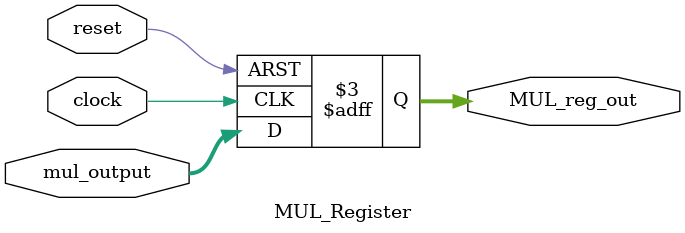
<source format=v>
`timescale 1ns / 1ps
module MUL_Register(clock, reset, mul_output, MUL_reg_out);
    input clock, reset;
    input [63:0] mul_output;
    output reg [63:0] MUL_reg_out;
    
    always @(posedge reset, posedge clock)
        begin
            if (reset == 1)
                MUL_reg_out <= 64'h0000000000000000;
            else 
                MUL_reg_out <= mul_output;
        end 
    
endmodule

</source>
